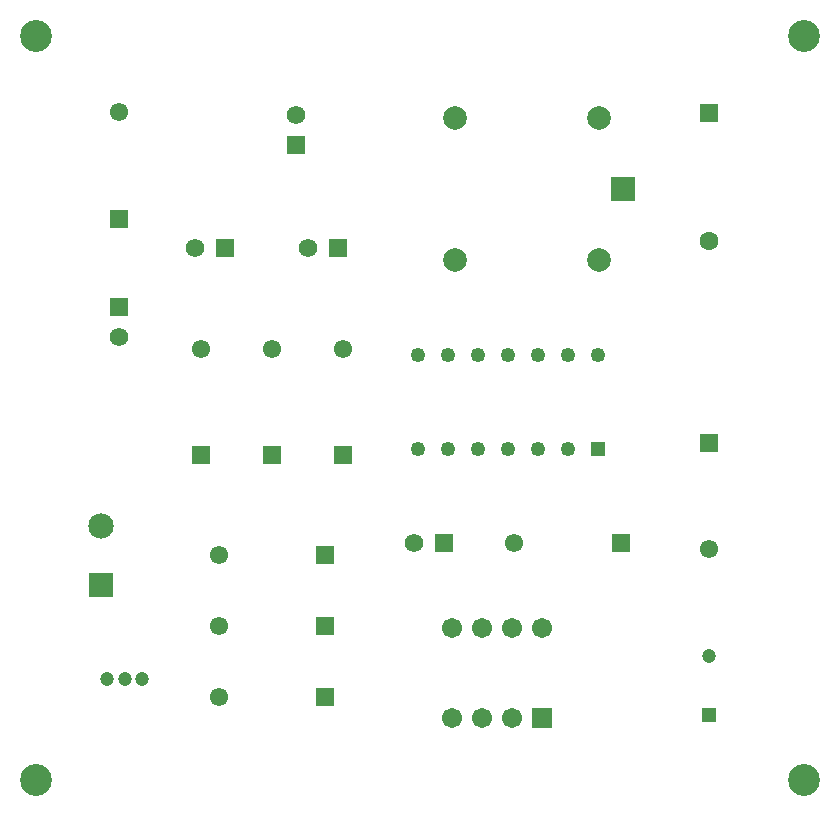
<source format=gbs>
G04*
G04 #@! TF.GenerationSoftware,Altium Limited,Altium Designer,22.7.1 (60)*
G04*
G04 Layer_Color=16711935*
%FSLAX44Y44*%
%MOMM*%
G71*
G04*
G04 #@! TF.SameCoordinates,C52D0C66-BE6F-4025-8B9A-53269D1F723A*
G04*
G04*
G04 #@! TF.FilePolarity,Negative*
G04*
G01*
G75*
%ADD14C,1.2032*%
%ADD15R,1.2500X1.2500*%
%ADD16C,1.2500*%
%ADD17C,1.5532*%
%ADD18R,1.5532X1.5532*%
%ADD19C,2.1532*%
%ADD20R,2.1532X2.1532*%
%ADD21C,2.0000*%
%ADD22R,2.0000X2.0000*%
%ADD23R,1.5532X1.5532*%
%ADD24C,1.5700*%
%ADD25R,1.5700X1.5700*%
%ADD26R,1.5700X1.5700*%
%ADD27C,1.6000*%
%ADD28R,1.6000X1.6000*%
%ADD29R,1.7032X1.7032*%
%ADD30C,1.7032*%
%ADD31C,1.2000*%
%ADD32R,1.2000X1.2000*%
%ADD33C,2.7032*%
D14*
X139700Y135000D02*
D03*
X110300D02*
D03*
X125000D02*
D03*
D15*
X526200Y330300D02*
D03*
D16*
X500800D02*
D03*
X475400D02*
D03*
X450000D02*
D03*
X424600D02*
D03*
X399200D02*
D03*
X373800D02*
D03*
Y409700D02*
D03*
X399200D02*
D03*
X424600D02*
D03*
X450000D02*
D03*
X475400D02*
D03*
X500800D02*
D03*
X526200D02*
D03*
D17*
X455000Y250000D02*
D03*
X120000Y615000D02*
D03*
X205000Y120000D02*
D03*
X310000Y415000D02*
D03*
X205000Y240000D02*
D03*
Y180000D02*
D03*
X620000Y245000D02*
D03*
X190000Y415000D02*
D03*
X250000D02*
D03*
D18*
X545000Y250000D02*
D03*
X295000Y120000D02*
D03*
Y240000D02*
D03*
Y180000D02*
D03*
D19*
X105000Y264998D02*
D03*
D20*
Y214998D02*
D03*
D21*
X405000Y490000D02*
D03*
Y610000D02*
D03*
X527000D02*
D03*
Y490000D02*
D03*
D22*
X547000Y550000D02*
D03*
D23*
X120000Y525000D02*
D03*
X310000Y325000D02*
D03*
X620000Y335000D02*
D03*
X190000Y325000D02*
D03*
X250000D02*
D03*
D24*
X120000Y424600D02*
D03*
X370000Y250000D02*
D03*
X270000Y612700D02*
D03*
X280000Y500000D02*
D03*
X184600D02*
D03*
D25*
X120000Y450000D02*
D03*
X270000Y587300D02*
D03*
D26*
X395400Y250000D02*
D03*
X305400Y500000D02*
D03*
X210000D02*
D03*
D27*
X620000Y505620D02*
D03*
D28*
Y614380D02*
D03*
D29*
X478100Y101900D02*
D03*
D30*
X452700D02*
D03*
X427300D02*
D03*
X401900D02*
D03*
X478100Y178100D02*
D03*
X452700D02*
D03*
X427300D02*
D03*
X401900D02*
D03*
D31*
X620000Y155000D02*
D03*
D32*
Y105000D02*
D03*
D33*
X50000Y50000D02*
D03*
X700000D02*
D03*
X50000Y680000D02*
D03*
X700000D02*
D03*
M02*

</source>
